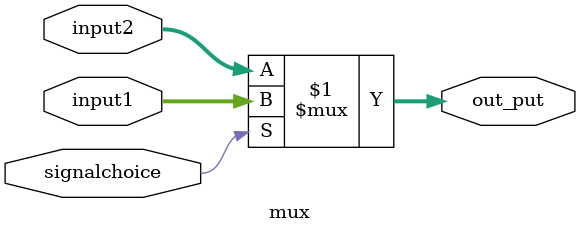
<source format=v>
module mux(input1, input2, signalchoice, out_put);
	input wire [7:0] input1;
	input wire [7:0] input2;
	input wire signalchoice;
	output wire [7:0] out_put;
	
	assign out_put = (signalchoice) ? input1 : input2;
	
endmodule

</source>
